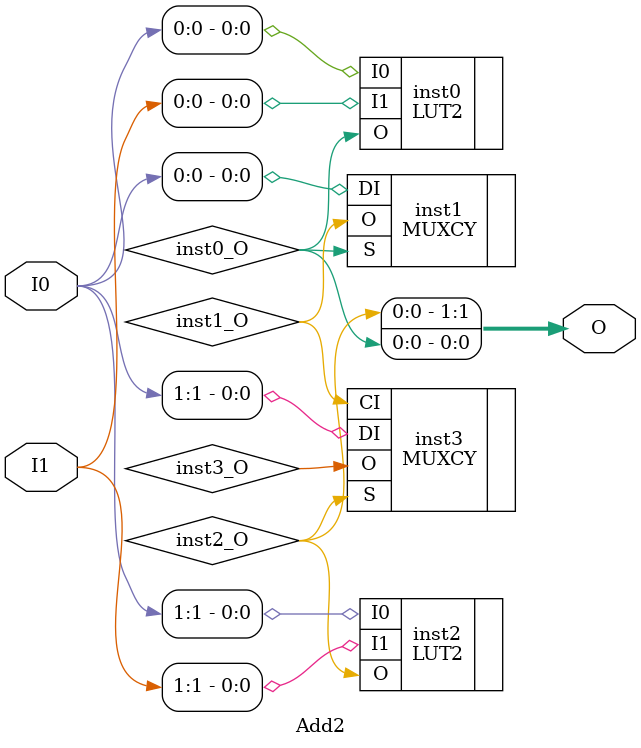
<source format=v>
module Add2 (input [1:0] I0, input [1:0] I1, output [1:0] O);
wire  inst0_O;
wire  inst1_O;
wire  inst2_O;
wire  inst3_O;
LUT2 #(.INIT(4'h6)) inst0 (.I0(I0[0]), .I1(I1[0]), .O(inst0_O));
MUXCY inst1 (.DI(I0[0]), .S(inst0_O), .O(inst1_O));
LUT2 #(.INIT(4'h6)) inst2 (.I0(I0[1]), .I1(I1[1]), .O(inst2_O));
MUXCY inst3 (.DI(I0[1]), .CI(inst1_O), .S(inst2_O), .O(inst3_O));
assign O = {inst2_O,inst0_O};
endmodule


</source>
